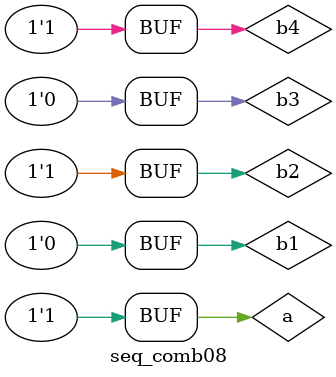
<source format=sv>
module seq_comb08;

/*

More propagation test

Some simulators give:

1 -> x -> x -> x -> x
1 -> 0 -> x -> x -> x
1 -> 0 -> 1 -> x -> x
1 -> 0 -> 1 -> 0 -> x
1 -> 0 -> 1 -> 0 -> 1

whereas others simply give:

1 -> x -> x -> x -> x
1 -> 0 -> 1 -> 0 -> 1

(Can be a result of running all blocks
and continuous assignments in declaration
order vs. running blocks and continuous
assignments in separate phases.)

*/

logic a;

wire b1, b2, b3, b4;

always_comb begin
 a = 1;
 $display("%b -> %b -> %b -> %b -> %b",
          a, b1, b2, b3, b4);
end

assign b1 = a + 1;

assign b2 = b1 + 1;

assign b3 = b2 + 1;

assign b4 = b3 + 1;

endmodule

</source>
